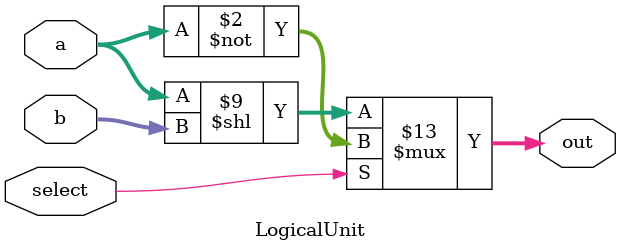
<source format=v>
module LogicalUnit(input [15:0]a, input [15:0]b, input select, output [15:0] out);
	
	assign out = select == 1 ? ~a : {select == 2 ? a&b : {select == 3 ? a^b : {select == 4 ? a >> b : a << b}}};

endmodule
</source>
